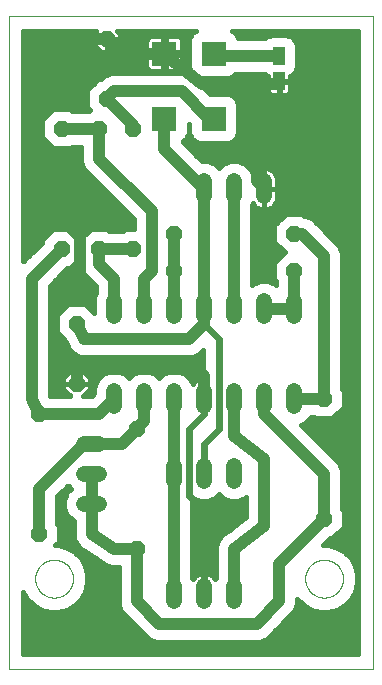
<source format=gbl>
G75*
%MOIN*%
%OFA0B0*%
%FSLAX25Y25*%
%IPPOS*%
%LPD*%
%AMOC8*
5,1,8,0,0,1.08239X$1,22.5*
%
%ADD10C,0.00000*%
%ADD11OC8,0.05200*%
%ADD12R,0.08268X0.08268*%
%ADD13C,0.05200*%
%ADD14R,0.03937X0.05906*%
%ADD15C,0.01600*%
%ADD16C,0.04000*%
%ADD17C,0.02400*%
%ADD18C,0.03200*%
D10*
X0001800Y0001800D02*
X0001800Y0219261D01*
X0123001Y0219261D01*
X0123001Y0001800D01*
X0001800Y0001800D01*
X0010501Y0031800D02*
X0010503Y0031958D01*
X0010509Y0032116D01*
X0010519Y0032274D01*
X0010533Y0032432D01*
X0010551Y0032589D01*
X0010572Y0032746D01*
X0010598Y0032902D01*
X0010628Y0033058D01*
X0010661Y0033213D01*
X0010699Y0033366D01*
X0010740Y0033519D01*
X0010785Y0033671D01*
X0010834Y0033822D01*
X0010887Y0033971D01*
X0010943Y0034119D01*
X0011003Y0034265D01*
X0011067Y0034410D01*
X0011135Y0034553D01*
X0011206Y0034695D01*
X0011280Y0034835D01*
X0011358Y0034972D01*
X0011440Y0035108D01*
X0011524Y0035242D01*
X0011613Y0035373D01*
X0011704Y0035502D01*
X0011799Y0035629D01*
X0011896Y0035754D01*
X0011997Y0035876D01*
X0012101Y0035995D01*
X0012208Y0036112D01*
X0012318Y0036226D01*
X0012431Y0036337D01*
X0012546Y0036446D01*
X0012664Y0036551D01*
X0012785Y0036653D01*
X0012908Y0036753D01*
X0013034Y0036849D01*
X0013162Y0036942D01*
X0013292Y0037032D01*
X0013425Y0037118D01*
X0013560Y0037202D01*
X0013696Y0037281D01*
X0013835Y0037358D01*
X0013976Y0037430D01*
X0014118Y0037500D01*
X0014262Y0037565D01*
X0014408Y0037627D01*
X0014555Y0037685D01*
X0014704Y0037740D01*
X0014854Y0037791D01*
X0015005Y0037838D01*
X0015157Y0037881D01*
X0015310Y0037920D01*
X0015465Y0037956D01*
X0015620Y0037987D01*
X0015776Y0038015D01*
X0015932Y0038039D01*
X0016089Y0038059D01*
X0016247Y0038075D01*
X0016404Y0038087D01*
X0016563Y0038095D01*
X0016721Y0038099D01*
X0016879Y0038099D01*
X0017037Y0038095D01*
X0017196Y0038087D01*
X0017353Y0038075D01*
X0017511Y0038059D01*
X0017668Y0038039D01*
X0017824Y0038015D01*
X0017980Y0037987D01*
X0018135Y0037956D01*
X0018290Y0037920D01*
X0018443Y0037881D01*
X0018595Y0037838D01*
X0018746Y0037791D01*
X0018896Y0037740D01*
X0019045Y0037685D01*
X0019192Y0037627D01*
X0019338Y0037565D01*
X0019482Y0037500D01*
X0019624Y0037430D01*
X0019765Y0037358D01*
X0019904Y0037281D01*
X0020040Y0037202D01*
X0020175Y0037118D01*
X0020308Y0037032D01*
X0020438Y0036942D01*
X0020566Y0036849D01*
X0020692Y0036753D01*
X0020815Y0036653D01*
X0020936Y0036551D01*
X0021054Y0036446D01*
X0021169Y0036337D01*
X0021282Y0036226D01*
X0021392Y0036112D01*
X0021499Y0035995D01*
X0021603Y0035876D01*
X0021704Y0035754D01*
X0021801Y0035629D01*
X0021896Y0035502D01*
X0021987Y0035373D01*
X0022076Y0035242D01*
X0022160Y0035108D01*
X0022242Y0034972D01*
X0022320Y0034835D01*
X0022394Y0034695D01*
X0022465Y0034553D01*
X0022533Y0034410D01*
X0022597Y0034265D01*
X0022657Y0034119D01*
X0022713Y0033971D01*
X0022766Y0033822D01*
X0022815Y0033671D01*
X0022860Y0033519D01*
X0022901Y0033366D01*
X0022939Y0033213D01*
X0022972Y0033058D01*
X0023002Y0032902D01*
X0023028Y0032746D01*
X0023049Y0032589D01*
X0023067Y0032432D01*
X0023081Y0032274D01*
X0023091Y0032116D01*
X0023097Y0031958D01*
X0023099Y0031800D01*
X0023097Y0031642D01*
X0023091Y0031484D01*
X0023081Y0031326D01*
X0023067Y0031168D01*
X0023049Y0031011D01*
X0023028Y0030854D01*
X0023002Y0030698D01*
X0022972Y0030542D01*
X0022939Y0030387D01*
X0022901Y0030234D01*
X0022860Y0030081D01*
X0022815Y0029929D01*
X0022766Y0029778D01*
X0022713Y0029629D01*
X0022657Y0029481D01*
X0022597Y0029335D01*
X0022533Y0029190D01*
X0022465Y0029047D01*
X0022394Y0028905D01*
X0022320Y0028765D01*
X0022242Y0028628D01*
X0022160Y0028492D01*
X0022076Y0028358D01*
X0021987Y0028227D01*
X0021896Y0028098D01*
X0021801Y0027971D01*
X0021704Y0027846D01*
X0021603Y0027724D01*
X0021499Y0027605D01*
X0021392Y0027488D01*
X0021282Y0027374D01*
X0021169Y0027263D01*
X0021054Y0027154D01*
X0020936Y0027049D01*
X0020815Y0026947D01*
X0020692Y0026847D01*
X0020566Y0026751D01*
X0020438Y0026658D01*
X0020308Y0026568D01*
X0020175Y0026482D01*
X0020040Y0026398D01*
X0019904Y0026319D01*
X0019765Y0026242D01*
X0019624Y0026170D01*
X0019482Y0026100D01*
X0019338Y0026035D01*
X0019192Y0025973D01*
X0019045Y0025915D01*
X0018896Y0025860D01*
X0018746Y0025809D01*
X0018595Y0025762D01*
X0018443Y0025719D01*
X0018290Y0025680D01*
X0018135Y0025644D01*
X0017980Y0025613D01*
X0017824Y0025585D01*
X0017668Y0025561D01*
X0017511Y0025541D01*
X0017353Y0025525D01*
X0017196Y0025513D01*
X0017037Y0025505D01*
X0016879Y0025501D01*
X0016721Y0025501D01*
X0016563Y0025505D01*
X0016404Y0025513D01*
X0016247Y0025525D01*
X0016089Y0025541D01*
X0015932Y0025561D01*
X0015776Y0025585D01*
X0015620Y0025613D01*
X0015465Y0025644D01*
X0015310Y0025680D01*
X0015157Y0025719D01*
X0015005Y0025762D01*
X0014854Y0025809D01*
X0014704Y0025860D01*
X0014555Y0025915D01*
X0014408Y0025973D01*
X0014262Y0026035D01*
X0014118Y0026100D01*
X0013976Y0026170D01*
X0013835Y0026242D01*
X0013696Y0026319D01*
X0013560Y0026398D01*
X0013425Y0026482D01*
X0013292Y0026568D01*
X0013162Y0026658D01*
X0013034Y0026751D01*
X0012908Y0026847D01*
X0012785Y0026947D01*
X0012664Y0027049D01*
X0012546Y0027154D01*
X0012431Y0027263D01*
X0012318Y0027374D01*
X0012208Y0027488D01*
X0012101Y0027605D01*
X0011997Y0027724D01*
X0011896Y0027846D01*
X0011799Y0027971D01*
X0011704Y0028098D01*
X0011613Y0028227D01*
X0011524Y0028358D01*
X0011440Y0028492D01*
X0011358Y0028628D01*
X0011280Y0028765D01*
X0011206Y0028905D01*
X0011135Y0029047D01*
X0011067Y0029190D01*
X0011003Y0029335D01*
X0010943Y0029481D01*
X0010887Y0029629D01*
X0010834Y0029778D01*
X0010785Y0029929D01*
X0010740Y0030081D01*
X0010699Y0030234D01*
X0010661Y0030387D01*
X0010628Y0030542D01*
X0010598Y0030698D01*
X0010572Y0030854D01*
X0010551Y0031011D01*
X0010533Y0031168D01*
X0010519Y0031326D01*
X0010509Y0031484D01*
X0010503Y0031642D01*
X0010501Y0031800D01*
X0100501Y0031800D02*
X0100503Y0031958D01*
X0100509Y0032116D01*
X0100519Y0032274D01*
X0100533Y0032432D01*
X0100551Y0032589D01*
X0100572Y0032746D01*
X0100598Y0032902D01*
X0100628Y0033058D01*
X0100661Y0033213D01*
X0100699Y0033366D01*
X0100740Y0033519D01*
X0100785Y0033671D01*
X0100834Y0033822D01*
X0100887Y0033971D01*
X0100943Y0034119D01*
X0101003Y0034265D01*
X0101067Y0034410D01*
X0101135Y0034553D01*
X0101206Y0034695D01*
X0101280Y0034835D01*
X0101358Y0034972D01*
X0101440Y0035108D01*
X0101524Y0035242D01*
X0101613Y0035373D01*
X0101704Y0035502D01*
X0101799Y0035629D01*
X0101896Y0035754D01*
X0101997Y0035876D01*
X0102101Y0035995D01*
X0102208Y0036112D01*
X0102318Y0036226D01*
X0102431Y0036337D01*
X0102546Y0036446D01*
X0102664Y0036551D01*
X0102785Y0036653D01*
X0102908Y0036753D01*
X0103034Y0036849D01*
X0103162Y0036942D01*
X0103292Y0037032D01*
X0103425Y0037118D01*
X0103560Y0037202D01*
X0103696Y0037281D01*
X0103835Y0037358D01*
X0103976Y0037430D01*
X0104118Y0037500D01*
X0104262Y0037565D01*
X0104408Y0037627D01*
X0104555Y0037685D01*
X0104704Y0037740D01*
X0104854Y0037791D01*
X0105005Y0037838D01*
X0105157Y0037881D01*
X0105310Y0037920D01*
X0105465Y0037956D01*
X0105620Y0037987D01*
X0105776Y0038015D01*
X0105932Y0038039D01*
X0106089Y0038059D01*
X0106247Y0038075D01*
X0106404Y0038087D01*
X0106563Y0038095D01*
X0106721Y0038099D01*
X0106879Y0038099D01*
X0107037Y0038095D01*
X0107196Y0038087D01*
X0107353Y0038075D01*
X0107511Y0038059D01*
X0107668Y0038039D01*
X0107824Y0038015D01*
X0107980Y0037987D01*
X0108135Y0037956D01*
X0108290Y0037920D01*
X0108443Y0037881D01*
X0108595Y0037838D01*
X0108746Y0037791D01*
X0108896Y0037740D01*
X0109045Y0037685D01*
X0109192Y0037627D01*
X0109338Y0037565D01*
X0109482Y0037500D01*
X0109624Y0037430D01*
X0109765Y0037358D01*
X0109904Y0037281D01*
X0110040Y0037202D01*
X0110175Y0037118D01*
X0110308Y0037032D01*
X0110438Y0036942D01*
X0110566Y0036849D01*
X0110692Y0036753D01*
X0110815Y0036653D01*
X0110936Y0036551D01*
X0111054Y0036446D01*
X0111169Y0036337D01*
X0111282Y0036226D01*
X0111392Y0036112D01*
X0111499Y0035995D01*
X0111603Y0035876D01*
X0111704Y0035754D01*
X0111801Y0035629D01*
X0111896Y0035502D01*
X0111987Y0035373D01*
X0112076Y0035242D01*
X0112160Y0035108D01*
X0112242Y0034972D01*
X0112320Y0034835D01*
X0112394Y0034695D01*
X0112465Y0034553D01*
X0112533Y0034410D01*
X0112597Y0034265D01*
X0112657Y0034119D01*
X0112713Y0033971D01*
X0112766Y0033822D01*
X0112815Y0033671D01*
X0112860Y0033519D01*
X0112901Y0033366D01*
X0112939Y0033213D01*
X0112972Y0033058D01*
X0113002Y0032902D01*
X0113028Y0032746D01*
X0113049Y0032589D01*
X0113067Y0032432D01*
X0113081Y0032274D01*
X0113091Y0032116D01*
X0113097Y0031958D01*
X0113099Y0031800D01*
X0113097Y0031642D01*
X0113091Y0031484D01*
X0113081Y0031326D01*
X0113067Y0031168D01*
X0113049Y0031011D01*
X0113028Y0030854D01*
X0113002Y0030698D01*
X0112972Y0030542D01*
X0112939Y0030387D01*
X0112901Y0030234D01*
X0112860Y0030081D01*
X0112815Y0029929D01*
X0112766Y0029778D01*
X0112713Y0029629D01*
X0112657Y0029481D01*
X0112597Y0029335D01*
X0112533Y0029190D01*
X0112465Y0029047D01*
X0112394Y0028905D01*
X0112320Y0028765D01*
X0112242Y0028628D01*
X0112160Y0028492D01*
X0112076Y0028358D01*
X0111987Y0028227D01*
X0111896Y0028098D01*
X0111801Y0027971D01*
X0111704Y0027846D01*
X0111603Y0027724D01*
X0111499Y0027605D01*
X0111392Y0027488D01*
X0111282Y0027374D01*
X0111169Y0027263D01*
X0111054Y0027154D01*
X0110936Y0027049D01*
X0110815Y0026947D01*
X0110692Y0026847D01*
X0110566Y0026751D01*
X0110438Y0026658D01*
X0110308Y0026568D01*
X0110175Y0026482D01*
X0110040Y0026398D01*
X0109904Y0026319D01*
X0109765Y0026242D01*
X0109624Y0026170D01*
X0109482Y0026100D01*
X0109338Y0026035D01*
X0109192Y0025973D01*
X0109045Y0025915D01*
X0108896Y0025860D01*
X0108746Y0025809D01*
X0108595Y0025762D01*
X0108443Y0025719D01*
X0108290Y0025680D01*
X0108135Y0025644D01*
X0107980Y0025613D01*
X0107824Y0025585D01*
X0107668Y0025561D01*
X0107511Y0025541D01*
X0107353Y0025525D01*
X0107196Y0025513D01*
X0107037Y0025505D01*
X0106879Y0025501D01*
X0106721Y0025501D01*
X0106563Y0025505D01*
X0106404Y0025513D01*
X0106247Y0025525D01*
X0106089Y0025541D01*
X0105932Y0025561D01*
X0105776Y0025585D01*
X0105620Y0025613D01*
X0105465Y0025644D01*
X0105310Y0025680D01*
X0105157Y0025719D01*
X0105005Y0025762D01*
X0104854Y0025809D01*
X0104704Y0025860D01*
X0104555Y0025915D01*
X0104408Y0025973D01*
X0104262Y0026035D01*
X0104118Y0026100D01*
X0103976Y0026170D01*
X0103835Y0026242D01*
X0103696Y0026319D01*
X0103560Y0026398D01*
X0103425Y0026482D01*
X0103292Y0026568D01*
X0103162Y0026658D01*
X0103034Y0026751D01*
X0102908Y0026847D01*
X0102785Y0026947D01*
X0102664Y0027049D01*
X0102546Y0027154D01*
X0102431Y0027263D01*
X0102318Y0027374D01*
X0102208Y0027488D01*
X0102101Y0027605D01*
X0101997Y0027724D01*
X0101896Y0027846D01*
X0101799Y0027971D01*
X0101704Y0028098D01*
X0101613Y0028227D01*
X0101524Y0028358D01*
X0101440Y0028492D01*
X0101358Y0028628D01*
X0101280Y0028765D01*
X0101206Y0028905D01*
X0101135Y0029047D01*
X0101067Y0029190D01*
X0101003Y0029335D01*
X0100943Y0029481D01*
X0100887Y0029629D01*
X0100834Y0029778D01*
X0100785Y0029929D01*
X0100740Y0030081D01*
X0100699Y0030234D01*
X0100661Y0030387D01*
X0100628Y0030542D01*
X0100598Y0030698D01*
X0100572Y0030854D01*
X0100551Y0031011D01*
X0100533Y0031168D01*
X0100519Y0031326D01*
X0100509Y0031484D01*
X0100503Y0031642D01*
X0100501Y0031800D01*
D11*
X0106800Y0051800D03*
X0106800Y0091800D03*
X0096800Y0134300D03*
X0096800Y0146800D03*
X0056800Y0146800D03*
X0056800Y0134300D03*
X0043050Y0141800D03*
X0031800Y0141800D03*
X0024300Y0116800D03*
X0024300Y0096800D03*
X0011800Y0086800D03*
X0011800Y0046800D03*
X0044300Y0041800D03*
X0044300Y0081800D03*
X0019300Y0141800D03*
X0019300Y0181800D03*
X0031800Y0181800D03*
X0034300Y0191800D03*
X0043050Y0181800D03*
X0034300Y0211800D03*
D12*
X0053532Y0206800D03*
X0053532Y0185146D03*
X0070068Y0185146D03*
X0070068Y0206800D03*
D13*
X0066800Y0164400D02*
X0066800Y0159200D01*
X0076800Y0159200D02*
X0076800Y0164400D01*
X0086800Y0164400D02*
X0086800Y0159200D01*
X0086800Y0124400D02*
X0086800Y0119200D01*
X0096800Y0119200D02*
X0096800Y0124400D01*
X0096800Y0094400D02*
X0096800Y0089200D01*
X0086800Y0089200D02*
X0086800Y0094400D01*
X0076800Y0094400D02*
X0076800Y0089200D01*
X0076800Y0069400D02*
X0076800Y0064200D01*
X0066800Y0064200D02*
X0066800Y0069400D01*
X0056800Y0069400D02*
X0056800Y0064200D01*
X0056800Y0089200D02*
X0056800Y0094400D01*
X0066800Y0094400D02*
X0066800Y0089200D01*
X0066800Y0119200D02*
X0066800Y0124400D01*
X0056800Y0124400D02*
X0056800Y0119200D01*
X0046800Y0119200D02*
X0046800Y0124400D01*
X0036800Y0124400D02*
X0036800Y0119200D01*
X0036800Y0094400D02*
X0036800Y0089200D01*
X0031900Y0076800D02*
X0026700Y0076800D01*
X0026700Y0066800D02*
X0031900Y0066800D01*
X0031900Y0056800D02*
X0026700Y0056800D01*
X0046800Y0089200D02*
X0046800Y0094400D01*
X0076800Y0119200D02*
X0076800Y0124400D01*
X0076800Y0029400D02*
X0076800Y0024200D01*
X0066800Y0024200D02*
X0066800Y0029400D01*
X0056800Y0029400D02*
X0056800Y0024200D01*
D14*
X0091800Y0197656D03*
X0091800Y0205944D03*
D15*
X0089036Y0212896D02*
X0087566Y0212287D01*
X0087222Y0211944D01*
X0078113Y0211944D01*
X0077593Y0213200D01*
X0076467Y0214325D01*
X0076140Y0214461D01*
X0118201Y0214461D01*
X0118201Y0006600D01*
X0006600Y0006600D01*
X0006600Y0027269D01*
X0007918Y0024985D01*
X0009985Y0022918D01*
X0012516Y0021457D01*
X0015339Y0020701D01*
X0018261Y0020701D01*
X0021084Y0021457D01*
X0023615Y0022918D01*
X0025682Y0024985D01*
X0027143Y0027516D01*
X0027899Y0030339D01*
X0027899Y0033261D01*
X0027143Y0036084D01*
X0025682Y0038615D01*
X0023615Y0040682D01*
X0021084Y0042143D01*
X0018261Y0042899D01*
X0017233Y0042899D01*
X0018400Y0044066D01*
X0018400Y0049534D01*
X0017800Y0050134D01*
X0017800Y0059315D01*
X0021326Y0062840D01*
X0022366Y0061800D01*
X0021105Y0060539D01*
X0020100Y0058113D01*
X0020100Y0055487D01*
X0021105Y0053061D01*
X0022961Y0051205D01*
X0023300Y0051065D01*
X0023300Y0047388D01*
X0023182Y0046794D01*
X0023300Y0046206D01*
X0023300Y0045607D01*
X0023532Y0045047D01*
X0023651Y0044453D01*
X0023984Y0043955D01*
X0024213Y0043401D01*
X0024642Y0042973D01*
X0024979Y0042470D01*
X0025477Y0042137D01*
X0025901Y0041713D01*
X0026461Y0041482D01*
X0032977Y0037137D01*
X0033401Y0036713D01*
X0033961Y0036482D01*
X0034465Y0036146D01*
X0035053Y0036029D01*
X0035607Y0035800D01*
X0036212Y0035800D01*
X0036806Y0035682D01*
X0037394Y0035800D01*
X0038300Y0035800D01*
X0038300Y0023107D01*
X0039213Y0020901D01*
X0040901Y0019213D01*
X0048401Y0011713D01*
X0050607Y0010800D01*
X0085493Y0010800D01*
X0087699Y0011713D01*
X0089387Y0013401D01*
X0096887Y0020901D01*
X0097800Y0023107D01*
X0097800Y0025190D01*
X0097918Y0024985D01*
X0099985Y0022918D01*
X0102516Y0021457D01*
X0105339Y0020701D01*
X0108261Y0020701D01*
X0111084Y0021457D01*
X0113615Y0022918D01*
X0115682Y0024985D01*
X0117143Y0027516D01*
X0117899Y0030339D01*
X0117899Y0033261D01*
X0117143Y0036084D01*
X0115682Y0038615D01*
X0113615Y0040682D01*
X0111084Y0042143D01*
X0108261Y0042899D01*
X0106384Y0042899D01*
X0108685Y0045200D01*
X0109534Y0045200D01*
X0113400Y0049066D01*
X0113400Y0054534D01*
X0112800Y0055134D01*
X0112800Y0067993D01*
X0111887Y0070199D01*
X0110199Y0071887D01*
X0099083Y0083002D01*
X0100539Y0083605D01*
X0102395Y0085461D01*
X0102535Y0085800D01*
X0103466Y0085800D01*
X0104066Y0085200D01*
X0109534Y0085200D01*
X0113400Y0089066D01*
X0113400Y0094534D01*
X0112800Y0095134D01*
X0112800Y0140493D01*
X0111887Y0142699D01*
X0102699Y0151887D01*
X0100493Y0152800D01*
X0100134Y0152800D01*
X0099534Y0153400D01*
X0094066Y0153400D01*
X0090200Y0149534D01*
X0090200Y0144066D01*
X0093716Y0140550D01*
X0090200Y0137034D01*
X0090200Y0131566D01*
X0090800Y0130966D01*
X0090800Y0129734D01*
X0090539Y0129995D01*
X0088113Y0131000D01*
X0085487Y0131000D01*
X0083061Y0129995D01*
X0082800Y0129734D01*
X0082800Y0156439D01*
X0083010Y0156946D01*
X0083037Y0156894D01*
X0083444Y0156334D01*
X0083934Y0155844D01*
X0084494Y0155437D01*
X0085111Y0155122D01*
X0085770Y0154908D01*
X0086454Y0154800D01*
X0086800Y0154800D01*
X0087146Y0154800D01*
X0087830Y0154908D01*
X0088489Y0155122D01*
X0089106Y0155437D01*
X0089666Y0155844D01*
X0090156Y0156334D01*
X0090563Y0156894D01*
X0090878Y0157511D01*
X0091092Y0158170D01*
X0091200Y0158854D01*
X0091200Y0161800D01*
X0091200Y0164746D01*
X0091092Y0165430D01*
X0090878Y0166089D01*
X0090563Y0166706D01*
X0090156Y0167266D01*
X0089666Y0167756D01*
X0089106Y0168163D01*
X0088489Y0168478D01*
X0087830Y0168692D01*
X0087146Y0168800D01*
X0086800Y0168800D01*
X0086800Y0161800D01*
X0086800Y0161800D01*
X0091200Y0161800D01*
X0086800Y0161800D01*
X0086800Y0161800D01*
X0086800Y0168800D01*
X0086454Y0168800D01*
X0085770Y0168692D01*
X0085111Y0168478D01*
X0084494Y0168163D01*
X0083934Y0167756D01*
X0083444Y0167266D01*
X0083037Y0166706D01*
X0083010Y0166654D01*
X0082395Y0168139D01*
X0080539Y0169995D01*
X0078113Y0171000D01*
X0075487Y0171000D01*
X0073061Y0169995D01*
X0071800Y0168734D01*
X0070539Y0169995D01*
X0068113Y0171000D01*
X0066085Y0171000D01*
X0059601Y0177484D01*
X0059932Y0177622D01*
X0061057Y0178747D01*
X0061666Y0180217D01*
X0061666Y0183449D01*
X0061934Y0183181D01*
X0061934Y0180217D01*
X0062543Y0178747D01*
X0063668Y0177622D01*
X0065138Y0177013D01*
X0074997Y0177013D01*
X0076467Y0177622D01*
X0077593Y0178747D01*
X0078202Y0180217D01*
X0078202Y0190076D01*
X0077593Y0191546D01*
X0076467Y0192671D01*
X0074997Y0193280D01*
X0068805Y0193280D01*
X0064387Y0197699D01*
X0062699Y0199387D01*
X0060493Y0200300D01*
X0035607Y0200300D01*
X0033401Y0199387D01*
X0032415Y0198400D01*
X0031566Y0198400D01*
X0027700Y0194534D01*
X0027700Y0189066D01*
X0028716Y0188050D01*
X0028466Y0187800D01*
X0022634Y0187800D01*
X0022034Y0188400D01*
X0016566Y0188400D01*
X0012700Y0184534D01*
X0012700Y0179066D01*
X0016566Y0175200D01*
X0022034Y0175200D01*
X0022634Y0175800D01*
X0025800Y0175800D01*
X0025800Y0170607D01*
X0026713Y0168401D01*
X0028401Y0166713D01*
X0043300Y0151815D01*
X0043300Y0148400D01*
X0040316Y0148400D01*
X0039716Y0147800D01*
X0035134Y0147800D01*
X0034534Y0148400D01*
X0029066Y0148400D01*
X0025550Y0144884D01*
X0022034Y0148400D01*
X0016566Y0148400D01*
X0012700Y0144534D01*
X0012700Y0143685D01*
X0006600Y0137585D01*
X0006600Y0214461D01*
X0030738Y0214461D01*
X0029900Y0213623D01*
X0029900Y0211800D01*
X0034300Y0211800D01*
X0038700Y0211800D01*
X0038700Y0213623D01*
X0037862Y0214461D01*
X0063996Y0214461D01*
X0063668Y0214325D01*
X0062543Y0213200D01*
X0061934Y0211730D01*
X0061934Y0201870D01*
X0062543Y0200400D01*
X0063668Y0199275D01*
X0065138Y0198666D01*
X0074997Y0198666D01*
X0076467Y0199275D01*
X0077136Y0199944D01*
X0087222Y0199944D01*
X0087566Y0199600D01*
X0088031Y0199407D01*
X0088031Y0197841D01*
X0091616Y0197841D01*
X0091616Y0197472D01*
X0091984Y0197472D01*
X0091984Y0192904D01*
X0094005Y0192904D01*
X0094463Y0193026D01*
X0094874Y0193263D01*
X0095209Y0193598D01*
X0095446Y0194009D01*
X0095568Y0194467D01*
X0095568Y0197472D01*
X0091984Y0197472D01*
X0091984Y0197841D01*
X0095568Y0197841D01*
X0095568Y0199407D01*
X0096034Y0199600D01*
X0097160Y0200725D01*
X0097768Y0202195D01*
X0097768Y0204674D01*
X0097800Y0204750D01*
X0097800Y0207137D01*
X0097768Y0207213D01*
X0097768Y0209692D01*
X0097160Y0211162D01*
X0096034Y0212287D01*
X0094564Y0212896D01*
X0089036Y0212896D01*
X0088811Y0212803D02*
X0077757Y0212803D01*
X0076281Y0214402D02*
X0118201Y0214402D01*
X0118201Y0212803D02*
X0094789Y0212803D01*
X0097117Y0211205D02*
X0118201Y0211205D01*
X0118201Y0209606D02*
X0097768Y0209606D01*
X0097768Y0208008D02*
X0118201Y0208008D01*
X0118201Y0206409D02*
X0097800Y0206409D01*
X0097800Y0204811D02*
X0118201Y0204811D01*
X0118201Y0203212D02*
X0097768Y0203212D01*
X0097528Y0201614D02*
X0118201Y0201614D01*
X0118201Y0200015D02*
X0096450Y0200015D01*
X0095568Y0198417D02*
X0118201Y0198417D01*
X0118201Y0196818D02*
X0095568Y0196818D01*
X0095568Y0195220D02*
X0118201Y0195220D01*
X0118201Y0193621D02*
X0095222Y0193621D01*
X0091984Y0193621D02*
X0091616Y0193621D01*
X0091616Y0192904D02*
X0091616Y0197472D01*
X0088031Y0197472D01*
X0088031Y0194467D01*
X0088154Y0194009D01*
X0088391Y0193598D01*
X0088726Y0193263D01*
X0089137Y0193026D01*
X0089595Y0192904D01*
X0091616Y0192904D01*
X0091616Y0195220D02*
X0091984Y0195220D01*
X0091984Y0196818D02*
X0091616Y0196818D01*
X0088378Y0193621D02*
X0068464Y0193621D01*
X0066865Y0195220D02*
X0088031Y0195220D01*
X0088031Y0196818D02*
X0065267Y0196818D01*
X0063668Y0198417D02*
X0088031Y0198417D01*
X0078057Y0190424D02*
X0118201Y0190424D01*
X0118201Y0188826D02*
X0078202Y0188826D01*
X0078202Y0187227D02*
X0118201Y0187227D01*
X0118201Y0185629D02*
X0078202Y0185629D01*
X0078202Y0184030D02*
X0118201Y0184030D01*
X0118201Y0182432D02*
X0078202Y0182432D01*
X0078202Y0180833D02*
X0118201Y0180833D01*
X0118201Y0179235D02*
X0077795Y0179235D01*
X0076482Y0177636D02*
X0118201Y0177636D01*
X0118201Y0176038D02*
X0061048Y0176038D01*
X0059947Y0177636D02*
X0063653Y0177636D01*
X0062341Y0179235D02*
X0061259Y0179235D01*
X0061666Y0180833D02*
X0061934Y0180833D01*
X0061934Y0182432D02*
X0061666Y0182432D01*
X0062646Y0174439D02*
X0118201Y0174439D01*
X0118201Y0172841D02*
X0064245Y0172841D01*
X0065843Y0171242D02*
X0118201Y0171242D01*
X0118201Y0169644D02*
X0080890Y0169644D01*
X0082434Y0168045D02*
X0084331Y0168045D01*
X0086800Y0168045D02*
X0086800Y0168045D01*
X0086800Y0166447D02*
X0086800Y0166447D01*
X0086800Y0164848D02*
X0086800Y0164848D01*
X0086800Y0163250D02*
X0086800Y0163250D01*
X0086800Y0161800D02*
X0086800Y0154800D01*
X0086800Y0161800D01*
X0086800Y0161800D01*
X0086800Y0161651D02*
X0086800Y0161651D01*
X0086800Y0160053D02*
X0086800Y0160053D01*
X0086800Y0158454D02*
X0086800Y0158454D01*
X0086800Y0156856D02*
X0086800Y0156856D01*
X0086800Y0155257D02*
X0086800Y0155257D01*
X0088753Y0155257D02*
X0118201Y0155257D01*
X0118201Y0153659D02*
X0082800Y0153659D01*
X0082800Y0155257D02*
X0084847Y0155257D01*
X0083065Y0156856D02*
X0082973Y0156856D01*
X0082800Y0152060D02*
X0092726Y0152060D01*
X0091128Y0150462D02*
X0082800Y0150462D01*
X0082800Y0148863D02*
X0090200Y0148863D01*
X0090200Y0147265D02*
X0082800Y0147265D01*
X0082800Y0145666D02*
X0090200Y0145666D01*
X0090200Y0144068D02*
X0082800Y0144068D01*
X0082800Y0142469D02*
X0091797Y0142469D01*
X0092438Y0139272D02*
X0082800Y0139272D01*
X0082800Y0140870D02*
X0093396Y0140870D01*
X0090840Y0137673D02*
X0082800Y0137673D01*
X0082800Y0136075D02*
X0090200Y0136075D01*
X0090200Y0134476D02*
X0082800Y0134476D01*
X0082800Y0132878D02*
X0090200Y0132878D01*
X0090487Y0131279D02*
X0082800Y0131279D01*
X0090535Y0156856D02*
X0118201Y0156856D01*
X0118201Y0158454D02*
X0091137Y0158454D01*
X0091200Y0160053D02*
X0118201Y0160053D01*
X0118201Y0161651D02*
X0091200Y0161651D01*
X0091200Y0163250D02*
X0118201Y0163250D01*
X0118201Y0164848D02*
X0091184Y0164848D01*
X0090695Y0166447D02*
X0118201Y0166447D01*
X0118201Y0168045D02*
X0089269Y0168045D01*
X0102280Y0152060D02*
X0118201Y0152060D01*
X0118201Y0150462D02*
X0104124Y0150462D01*
X0105722Y0148863D02*
X0118201Y0148863D01*
X0118201Y0147265D02*
X0107321Y0147265D01*
X0108919Y0145666D02*
X0118201Y0145666D01*
X0118201Y0144068D02*
X0110518Y0144068D01*
X0111982Y0142469D02*
X0118201Y0142469D01*
X0118201Y0140870D02*
X0112644Y0140870D01*
X0112800Y0139272D02*
X0118201Y0139272D01*
X0118201Y0137673D02*
X0112800Y0137673D01*
X0112800Y0136075D02*
X0118201Y0136075D01*
X0118201Y0134476D02*
X0112800Y0134476D01*
X0112800Y0132878D02*
X0118201Y0132878D01*
X0118201Y0131279D02*
X0112800Y0131279D01*
X0112800Y0129681D02*
X0118201Y0129681D01*
X0118201Y0128082D02*
X0112800Y0128082D01*
X0112800Y0126484D02*
X0118201Y0126484D01*
X0118201Y0124885D02*
X0112800Y0124885D01*
X0112800Y0123287D02*
X0118201Y0123287D01*
X0118201Y0121688D02*
X0112800Y0121688D01*
X0112800Y0120090D02*
X0118201Y0120090D01*
X0118201Y0118491D02*
X0112800Y0118491D01*
X0112800Y0116893D02*
X0118201Y0116893D01*
X0118201Y0115294D02*
X0112800Y0115294D01*
X0112800Y0113696D02*
X0118201Y0113696D01*
X0118201Y0112097D02*
X0112800Y0112097D01*
X0112800Y0110499D02*
X0118201Y0110499D01*
X0118201Y0108900D02*
X0112800Y0108900D01*
X0112800Y0107302D02*
X0118201Y0107302D01*
X0118201Y0105703D02*
X0112800Y0105703D01*
X0112800Y0104105D02*
X0118201Y0104105D01*
X0118201Y0102506D02*
X0112800Y0102506D01*
X0112800Y0100908D02*
X0118201Y0100908D01*
X0118201Y0099309D02*
X0112800Y0099309D01*
X0112800Y0097711D02*
X0118201Y0097711D01*
X0118201Y0096112D02*
X0112800Y0096112D01*
X0113400Y0094514D02*
X0118201Y0094514D01*
X0118201Y0092915D02*
X0113400Y0092915D01*
X0113400Y0091317D02*
X0118201Y0091317D01*
X0118201Y0089718D02*
X0113400Y0089718D01*
X0112453Y0088120D02*
X0118201Y0088120D01*
X0118201Y0086521D02*
X0110855Y0086521D01*
X0106754Y0075332D02*
X0118201Y0075332D01*
X0118201Y0076930D02*
X0105155Y0076930D01*
X0103557Y0078529D02*
X0118201Y0078529D01*
X0118201Y0080127D02*
X0101958Y0080127D01*
X0100360Y0081726D02*
X0118201Y0081726D01*
X0118201Y0083324D02*
X0099861Y0083324D01*
X0101856Y0084923D02*
X0118201Y0084923D01*
X0118201Y0073733D02*
X0108352Y0073733D01*
X0109951Y0072134D02*
X0118201Y0072134D01*
X0118201Y0070536D02*
X0111549Y0070536D01*
X0112409Y0068937D02*
X0118201Y0068937D01*
X0118201Y0067339D02*
X0112800Y0067339D01*
X0112800Y0065740D02*
X0118201Y0065740D01*
X0118201Y0064142D02*
X0112800Y0064142D01*
X0112800Y0062543D02*
X0118201Y0062543D01*
X0118201Y0060945D02*
X0112800Y0060945D01*
X0112800Y0059346D02*
X0118201Y0059346D01*
X0118201Y0057748D02*
X0112800Y0057748D01*
X0112800Y0056149D02*
X0118201Y0056149D01*
X0118201Y0054551D02*
X0113383Y0054551D01*
X0113400Y0052952D02*
X0118201Y0052952D01*
X0118201Y0051354D02*
X0113400Y0051354D01*
X0113400Y0049755D02*
X0118201Y0049755D01*
X0118201Y0048157D02*
X0112491Y0048157D01*
X0110892Y0046558D02*
X0118201Y0046558D01*
X0118201Y0044960D02*
X0108445Y0044960D01*
X0106847Y0043361D02*
X0118201Y0043361D01*
X0118201Y0041763D02*
X0111742Y0041763D01*
X0114132Y0040164D02*
X0118201Y0040164D01*
X0118201Y0038566D02*
X0115710Y0038566D01*
X0116633Y0036967D02*
X0118201Y0036967D01*
X0118201Y0035369D02*
X0117334Y0035369D01*
X0117763Y0033770D02*
X0118201Y0033770D01*
X0118201Y0032172D02*
X0117899Y0032172D01*
X0117899Y0030573D02*
X0118201Y0030573D01*
X0118201Y0028975D02*
X0117534Y0028975D01*
X0117062Y0027376D02*
X0118201Y0027376D01*
X0118201Y0025778D02*
X0116139Y0025778D01*
X0114876Y0024179D02*
X0118201Y0024179D01*
X0118201Y0022581D02*
X0113030Y0022581D01*
X0109311Y0020982D02*
X0118201Y0020982D01*
X0118201Y0019384D02*
X0095369Y0019384D01*
X0096920Y0020982D02*
X0104289Y0020982D01*
X0100570Y0022581D02*
X0097582Y0022581D01*
X0097800Y0024179D02*
X0098724Y0024179D01*
X0093770Y0017785D02*
X0118201Y0017785D01*
X0118201Y0016187D02*
X0092172Y0016187D01*
X0090573Y0014588D02*
X0118201Y0014588D01*
X0118201Y0012990D02*
X0088975Y0012990D01*
X0086920Y0011391D02*
X0118201Y0011391D01*
X0118201Y0009793D02*
X0006600Y0009793D01*
X0006600Y0011391D02*
X0049180Y0011391D01*
X0047125Y0012990D02*
X0006600Y0012990D01*
X0006600Y0014588D02*
X0045527Y0014588D01*
X0043928Y0016187D02*
X0006600Y0016187D01*
X0006600Y0017785D02*
X0042330Y0017785D01*
X0040731Y0019384D02*
X0006600Y0019384D01*
X0006600Y0020982D02*
X0014289Y0020982D01*
X0010570Y0022581D02*
X0006600Y0022581D01*
X0006600Y0024179D02*
X0008724Y0024179D01*
X0007461Y0025778D02*
X0006600Y0025778D01*
X0006600Y0008194D02*
X0118201Y0008194D01*
X0080800Y0052300D02*
X0073805Y0047054D01*
X0073401Y0046887D01*
X0072859Y0046344D01*
X0072245Y0045884D01*
X0072023Y0045508D01*
X0071713Y0045199D01*
X0071420Y0044490D01*
X0071029Y0043830D01*
X0070967Y0043397D01*
X0070800Y0042993D01*
X0070800Y0042226D01*
X0070692Y0041467D01*
X0070800Y0041044D01*
X0070800Y0032161D01*
X0070590Y0031654D01*
X0070563Y0031706D01*
X0070156Y0032266D01*
X0069666Y0032756D01*
X0069106Y0033163D01*
X0068489Y0033478D01*
X0067830Y0033692D01*
X0067146Y0033800D01*
X0066800Y0033800D01*
X0066800Y0026800D01*
X0066800Y0026800D01*
X0066800Y0033800D01*
X0066454Y0033800D01*
X0065770Y0033692D01*
X0065111Y0033478D01*
X0064494Y0033163D01*
X0063934Y0032756D01*
X0063444Y0032266D01*
X0063037Y0031706D01*
X0063010Y0031654D01*
X0062800Y0032161D01*
X0062800Y0058866D01*
X0063061Y0058605D01*
X0065487Y0057600D01*
X0068113Y0057600D01*
X0070539Y0058605D01*
X0071800Y0059866D01*
X0073061Y0058605D01*
X0075487Y0057600D01*
X0078113Y0057600D01*
X0080539Y0058605D01*
X0080800Y0058866D01*
X0080800Y0052300D01*
X0080800Y0052952D02*
X0062800Y0052952D01*
X0062800Y0051354D02*
X0079538Y0051354D01*
X0080800Y0054551D02*
X0062800Y0054551D01*
X0062800Y0056149D02*
X0080800Y0056149D01*
X0080800Y0057748D02*
X0078470Y0057748D01*
X0075130Y0057748D02*
X0068470Y0057748D01*
X0071280Y0059346D02*
X0072320Y0059346D01*
X0077407Y0049755D02*
X0062800Y0049755D01*
X0062800Y0048157D02*
X0075276Y0048157D01*
X0073073Y0046558D02*
X0062800Y0046558D01*
X0062800Y0044960D02*
X0071614Y0044960D01*
X0070952Y0043361D02*
X0062800Y0043361D01*
X0062800Y0041763D02*
X0070734Y0041763D01*
X0070800Y0040164D02*
X0062800Y0040164D01*
X0062800Y0038566D02*
X0070800Y0038566D01*
X0070800Y0036967D02*
X0062800Y0036967D01*
X0062800Y0035369D02*
X0070800Y0035369D01*
X0070800Y0033770D02*
X0067334Y0033770D01*
X0066800Y0033770D02*
X0066800Y0033770D01*
X0066266Y0033770D02*
X0062800Y0033770D01*
X0062800Y0032172D02*
X0063375Y0032172D01*
X0066800Y0032172D02*
X0066800Y0032172D01*
X0066800Y0030573D02*
X0066800Y0030573D01*
X0066800Y0028975D02*
X0066800Y0028975D01*
X0066800Y0027376D02*
X0066800Y0027376D01*
X0070225Y0032172D02*
X0070800Y0032172D01*
X0065130Y0057748D02*
X0062800Y0057748D01*
X0063010Y0096654D02*
X0062395Y0098139D01*
X0060539Y0099995D01*
X0058113Y0101000D01*
X0055487Y0101000D01*
X0053061Y0099995D01*
X0051800Y0098734D01*
X0050539Y0099995D01*
X0048113Y0101000D01*
X0045487Y0101000D01*
X0043061Y0099995D01*
X0041800Y0098734D01*
X0040539Y0099995D01*
X0038113Y0101000D01*
X0035487Y0101000D01*
X0033061Y0099995D01*
X0031205Y0098139D01*
X0030200Y0095713D01*
X0030200Y0093685D01*
X0029315Y0092800D01*
X0026523Y0092800D01*
X0028700Y0094977D01*
X0028700Y0096800D01*
X0028700Y0098623D01*
X0026123Y0101200D01*
X0024300Y0101200D01*
X0024300Y0096800D01*
X0024300Y0096800D01*
X0028700Y0096800D01*
X0024300Y0096800D01*
X0024300Y0096800D01*
X0024300Y0096800D01*
X0019900Y0096800D01*
X0019900Y0098623D01*
X0022477Y0101200D01*
X0024300Y0101200D01*
X0024300Y0096800D01*
X0019900Y0096800D01*
X0019900Y0094977D01*
X0022077Y0092800D01*
X0015508Y0092800D01*
X0015300Y0093216D01*
X0015300Y0129315D01*
X0021185Y0135200D01*
X0022034Y0135200D01*
X0025550Y0138716D01*
X0025800Y0138466D01*
X0025800Y0135607D01*
X0026713Y0133401D01*
X0028401Y0131713D01*
X0030800Y0129315D01*
X0030800Y0127161D01*
X0030200Y0125713D01*
X0030200Y0120234D01*
X0027034Y0123400D01*
X0021566Y0123400D01*
X0017700Y0119534D01*
X0017700Y0114066D01*
X0020217Y0111549D01*
X0021338Y0109307D01*
X0021713Y0108401D01*
X0021869Y0108246D01*
X0021967Y0108049D01*
X0022708Y0107407D01*
X0023401Y0106713D01*
X0023604Y0106629D01*
X0023770Y0106485D01*
X0024701Y0106175D01*
X0025607Y0105800D01*
X0025826Y0105800D01*
X0026035Y0105730D01*
X0027013Y0105800D01*
X0062993Y0105800D01*
X0065199Y0106713D01*
X0066600Y0108115D01*
X0066600Y0098800D01*
X0066454Y0098800D01*
X0065770Y0098692D01*
X0065111Y0098478D01*
X0064494Y0098163D01*
X0063934Y0097756D01*
X0063444Y0097266D01*
X0063037Y0096706D01*
X0063010Y0096654D01*
X0062572Y0097711D02*
X0063888Y0097711D01*
X0061225Y0099309D02*
X0066600Y0099309D01*
X0066600Y0100908D02*
X0058336Y0100908D01*
X0055264Y0100908D02*
X0048336Y0100908D01*
X0045264Y0100908D02*
X0038336Y0100908D01*
X0041225Y0099309D02*
X0042375Y0099309D01*
X0035264Y0100908D02*
X0026415Y0100908D01*
X0028013Y0099309D02*
X0032375Y0099309D01*
X0031028Y0097711D02*
X0028700Y0097711D01*
X0028700Y0096112D02*
X0030365Y0096112D01*
X0030200Y0094514D02*
X0028236Y0094514D01*
X0029430Y0092915D02*
X0026638Y0092915D01*
X0024300Y0097711D02*
X0024300Y0097711D01*
X0024300Y0099309D02*
X0024300Y0099309D01*
X0024300Y0100908D02*
X0024300Y0100908D01*
X0022185Y0100908D02*
X0015300Y0100908D01*
X0015300Y0102506D02*
X0066600Y0102506D01*
X0066600Y0104105D02*
X0015300Y0104105D01*
X0015300Y0105703D02*
X0066600Y0105703D01*
X0066600Y0107302D02*
X0065787Y0107302D01*
X0052375Y0099309D02*
X0051225Y0099309D01*
X0030519Y0126484D02*
X0015300Y0126484D01*
X0015300Y0128082D02*
X0030800Y0128082D01*
X0030434Y0129681D02*
X0015666Y0129681D01*
X0017265Y0131279D02*
X0028835Y0131279D01*
X0027237Y0132878D02*
X0018863Y0132878D01*
X0020462Y0134476D02*
X0026268Y0134476D01*
X0025800Y0136075D02*
X0022909Y0136075D01*
X0024507Y0137673D02*
X0025800Y0137673D01*
X0026332Y0145666D02*
X0024768Y0145666D01*
X0023169Y0147265D02*
X0027931Y0147265D01*
X0035062Y0160053D02*
X0006600Y0160053D01*
X0006600Y0161651D02*
X0033464Y0161651D01*
X0031865Y0163250D02*
X0006600Y0163250D01*
X0006600Y0164848D02*
X0030267Y0164848D01*
X0028668Y0166447D02*
X0006600Y0166447D01*
X0006600Y0168045D02*
X0027070Y0168045D01*
X0026199Y0169644D02*
X0006600Y0169644D01*
X0006600Y0171242D02*
X0025800Y0171242D01*
X0025800Y0172841D02*
X0006600Y0172841D01*
X0006600Y0174439D02*
X0025800Y0174439D01*
X0028401Y0166713D02*
X0028401Y0166713D01*
X0036661Y0158454D02*
X0006600Y0158454D01*
X0006600Y0156856D02*
X0038259Y0156856D01*
X0039858Y0155257D02*
X0006600Y0155257D01*
X0006600Y0153659D02*
X0041456Y0153659D01*
X0043055Y0152060D02*
X0006600Y0152060D01*
X0006600Y0150462D02*
X0043300Y0150462D01*
X0043300Y0148863D02*
X0006600Y0148863D01*
X0006600Y0147265D02*
X0015431Y0147265D01*
X0013832Y0145666D02*
X0006600Y0145666D01*
X0006600Y0144068D02*
X0012700Y0144068D01*
X0011484Y0142469D02*
X0006600Y0142469D01*
X0006600Y0140870D02*
X0009885Y0140870D01*
X0008287Y0139272D02*
X0006600Y0139272D01*
X0006600Y0137673D02*
X0006688Y0137673D01*
X0015300Y0124885D02*
X0030200Y0124885D01*
X0030200Y0123287D02*
X0027147Y0123287D01*
X0028745Y0121688D02*
X0030200Y0121688D01*
X0021453Y0123287D02*
X0015300Y0123287D01*
X0015300Y0121688D02*
X0019855Y0121688D01*
X0018256Y0120090D02*
X0015300Y0120090D01*
X0015300Y0118491D02*
X0017700Y0118491D01*
X0017700Y0116893D02*
X0015300Y0116893D01*
X0015300Y0115294D02*
X0017700Y0115294D01*
X0018070Y0113696D02*
X0015300Y0113696D01*
X0015300Y0112097D02*
X0019669Y0112097D01*
X0020742Y0110499D02*
X0015300Y0110499D01*
X0015300Y0108900D02*
X0021507Y0108900D01*
X0022813Y0107302D02*
X0015300Y0107302D01*
X0015300Y0099309D02*
X0020587Y0099309D01*
X0019900Y0097711D02*
X0015300Y0097711D01*
X0015300Y0096112D02*
X0019900Y0096112D01*
X0020364Y0094514D02*
X0015300Y0094514D01*
X0015451Y0092915D02*
X0021962Y0092915D01*
X0021623Y0062543D02*
X0021029Y0062543D01*
X0021511Y0060945D02*
X0019430Y0060945D01*
X0020611Y0059346D02*
X0017832Y0059346D01*
X0017800Y0057748D02*
X0020100Y0057748D01*
X0020100Y0056149D02*
X0017800Y0056149D01*
X0017800Y0054551D02*
X0020488Y0054551D01*
X0021214Y0052952D02*
X0017800Y0052952D01*
X0017800Y0051354D02*
X0022812Y0051354D01*
X0023300Y0049755D02*
X0018178Y0049755D01*
X0018400Y0048157D02*
X0023300Y0048157D01*
X0023230Y0046558D02*
X0018400Y0046558D01*
X0018400Y0044960D02*
X0023549Y0044960D01*
X0024253Y0043361D02*
X0017695Y0043361D01*
X0021742Y0041763D02*
X0025852Y0041763D01*
X0024132Y0040164D02*
X0028437Y0040164D01*
X0026633Y0036967D02*
X0033147Y0036967D01*
X0030835Y0038566D02*
X0025710Y0038566D01*
X0027334Y0035369D02*
X0038300Y0035369D01*
X0038300Y0033770D02*
X0027763Y0033770D01*
X0027899Y0032172D02*
X0038300Y0032172D01*
X0038300Y0030573D02*
X0027899Y0030573D01*
X0027534Y0028975D02*
X0038300Y0028975D01*
X0038300Y0027376D02*
X0027062Y0027376D01*
X0026139Y0025778D02*
X0038300Y0025778D01*
X0038300Y0024179D02*
X0024876Y0024179D01*
X0023030Y0022581D02*
X0038518Y0022581D01*
X0039180Y0020982D02*
X0019311Y0020982D01*
X0070890Y0169644D02*
X0072710Y0169644D01*
X0077116Y0192023D02*
X0118201Y0192023D01*
X0063854Y0214402D02*
X0037921Y0214402D01*
X0038700Y0212803D02*
X0062379Y0212803D01*
X0061934Y0211205D02*
X0059457Y0211205D01*
X0059466Y0211171D02*
X0059343Y0211629D01*
X0059106Y0212039D01*
X0058771Y0212374D01*
X0058361Y0212611D01*
X0057903Y0212734D01*
X0054110Y0212734D01*
X0054110Y0207378D01*
X0052954Y0207378D01*
X0052954Y0206222D01*
X0047598Y0206222D01*
X0047598Y0202429D01*
X0047721Y0201971D01*
X0047958Y0201561D01*
X0048293Y0201226D01*
X0048704Y0200989D01*
X0049161Y0200866D01*
X0052954Y0200866D01*
X0052954Y0206222D01*
X0054110Y0206222D01*
X0054110Y0200866D01*
X0057903Y0200866D01*
X0058361Y0200989D01*
X0058771Y0201226D01*
X0059106Y0201561D01*
X0059343Y0201971D01*
X0059466Y0202429D01*
X0059466Y0206222D01*
X0054110Y0206222D01*
X0054110Y0207378D01*
X0059466Y0207378D01*
X0059466Y0211171D01*
X0059466Y0209606D02*
X0061934Y0209606D01*
X0061934Y0208008D02*
X0059466Y0208008D01*
X0061934Y0206409D02*
X0054110Y0206409D01*
X0052954Y0206409D02*
X0006600Y0206409D01*
X0006600Y0204811D02*
X0047598Y0204811D01*
X0047598Y0203212D02*
X0006600Y0203212D01*
X0006600Y0201614D02*
X0047927Y0201614D01*
X0047598Y0207378D02*
X0052954Y0207378D01*
X0052954Y0212734D01*
X0049161Y0212734D01*
X0048704Y0212611D01*
X0048293Y0212374D01*
X0047958Y0212039D01*
X0047721Y0211629D01*
X0047598Y0211171D01*
X0047598Y0207378D01*
X0047598Y0208008D02*
X0036730Y0208008D01*
X0036123Y0207400D02*
X0034300Y0207400D01*
X0034300Y0211800D01*
X0034300Y0211800D01*
X0038700Y0211800D01*
X0038700Y0209977D01*
X0036123Y0207400D01*
X0034300Y0207400D02*
X0034300Y0211800D01*
X0034300Y0211800D01*
X0034300Y0211800D01*
X0029900Y0211800D01*
X0029900Y0209977D01*
X0032477Y0207400D01*
X0034300Y0207400D01*
X0034300Y0208008D02*
X0034300Y0208008D01*
X0034300Y0209606D02*
X0034300Y0209606D01*
X0034300Y0211205D02*
X0034300Y0211205D01*
X0031870Y0208008D02*
X0006600Y0208008D01*
X0006600Y0209606D02*
X0030271Y0209606D01*
X0029900Y0211205D02*
X0006600Y0211205D01*
X0006600Y0212803D02*
X0029900Y0212803D01*
X0030679Y0214402D02*
X0006600Y0214402D01*
X0006600Y0200015D02*
X0034919Y0200015D01*
X0032432Y0198417D02*
X0006600Y0198417D01*
X0006600Y0196818D02*
X0029985Y0196818D01*
X0028386Y0195220D02*
X0006600Y0195220D01*
X0006600Y0193621D02*
X0027700Y0193621D01*
X0027700Y0192023D02*
X0006600Y0192023D01*
X0006600Y0190424D02*
X0027700Y0190424D01*
X0027940Y0188826D02*
X0006600Y0188826D01*
X0006600Y0187227D02*
X0015394Y0187227D01*
X0013795Y0185629D02*
X0006600Y0185629D01*
X0006600Y0184030D02*
X0012700Y0184030D01*
X0012700Y0182432D02*
X0006600Y0182432D01*
X0006600Y0180833D02*
X0012700Y0180833D01*
X0012700Y0179235D02*
X0006600Y0179235D01*
X0006600Y0177636D02*
X0014130Y0177636D01*
X0015728Y0176038D02*
X0006600Y0176038D01*
X0038329Y0209606D02*
X0047598Y0209606D01*
X0047608Y0211205D02*
X0038700Y0211205D01*
X0052954Y0211205D02*
X0054110Y0211205D01*
X0054110Y0209606D02*
X0052954Y0209606D01*
X0052954Y0208008D02*
X0054110Y0208008D01*
X0054110Y0204811D02*
X0052954Y0204811D01*
X0052954Y0203212D02*
X0054110Y0203212D01*
X0054110Y0201614D02*
X0052954Y0201614D01*
X0059137Y0201614D02*
X0062040Y0201614D01*
X0061934Y0203212D02*
X0059466Y0203212D01*
X0059466Y0204811D02*
X0061934Y0204811D01*
X0061181Y0200015D02*
X0062928Y0200015D01*
D16*
X0066032Y0196800D02*
X0053532Y0206800D01*
X0039300Y0206800D01*
X0034300Y0211800D01*
X0024300Y0211800D01*
X0009300Y0196800D01*
X0009300Y0161800D01*
X0025550Y0145550D01*
X0025550Y0131800D01*
X0016800Y0124300D01*
X0016800Y0106800D01*
X0021800Y0101800D01*
X0024300Y0101800D01*
X0024300Y0096800D01*
X0024300Y0101800D02*
X0064300Y0101800D01*
X0066800Y0099300D01*
X0066800Y0091800D01*
X0056800Y0091800D02*
X0056800Y0066800D01*
X0056800Y0026800D01*
X0051800Y0016800D02*
X0044300Y0024300D01*
X0044300Y0041800D01*
X0036800Y0041800D01*
X0029300Y0046800D01*
X0029300Y0056800D01*
X0029300Y0066800D01*
X0029300Y0076800D02*
X0026800Y0076800D01*
X0011800Y0061800D01*
X0011800Y0046800D01*
X0029300Y0076800D02*
X0039300Y0076800D01*
X0044300Y0081800D01*
X0046800Y0084300D01*
X0046800Y0091800D01*
X0036800Y0091800D02*
X0031800Y0086800D01*
X0011800Y0086800D01*
X0009300Y0091800D01*
X0009300Y0131800D01*
X0019300Y0141800D01*
X0024300Y0116800D02*
X0026800Y0111800D01*
X0061800Y0111800D01*
X0066800Y0116800D01*
X0066800Y0121800D02*
X0066800Y0161800D01*
X0053532Y0175068D01*
X0053532Y0185146D01*
X0059300Y0194300D02*
X0036800Y0194300D01*
X0034300Y0191800D01*
X0043050Y0183050D01*
X0043050Y0181800D01*
X0031800Y0181800D02*
X0031800Y0171800D01*
X0049300Y0154300D01*
X0049300Y0134300D01*
X0046800Y0131800D01*
X0046800Y0121800D01*
X0043050Y0141800D02*
X0031800Y0141800D01*
X0031800Y0136800D01*
X0036800Y0131800D01*
X0036800Y0121800D01*
X0056800Y0121800D02*
X0056800Y0134300D01*
X0056800Y0146800D01*
X0076800Y0161800D02*
X0076800Y0121800D01*
X0086800Y0121800D02*
X0096800Y0121800D01*
X0096800Y0134300D01*
X0106800Y0139300D02*
X0099300Y0146800D01*
X0106800Y0139300D02*
X0106800Y0091800D01*
X0096800Y0091800D01*
X0086800Y0089300D02*
X0086800Y0086800D01*
X0106800Y0066800D01*
X0106800Y0051800D01*
X0091800Y0036800D01*
X0091800Y0024300D01*
X0084300Y0016800D01*
X0051800Y0016800D01*
X0076800Y0026800D02*
X0076800Y0041800D01*
X0086800Y0049300D01*
X0086800Y0071800D01*
X0076800Y0079300D01*
X0076800Y0091800D01*
X0086800Y0161800D02*
X0084300Y0164300D01*
X0084300Y0189300D01*
X0076800Y0196800D01*
X0090944Y0196800D01*
X0091800Y0197656D01*
X0091800Y0205944D02*
X0070924Y0205944D01*
X0070068Y0206800D01*
X0066032Y0196800D02*
X0076800Y0196800D01*
X0070068Y0185146D02*
X0068454Y0185146D01*
X0059300Y0194300D01*
X0031800Y0181800D02*
X0019300Y0181800D01*
D17*
X0066800Y0116800D02*
X0071800Y0111800D01*
X0071800Y0081800D01*
X0066800Y0076800D01*
X0066800Y0066800D01*
X0061800Y0059300D02*
X0066800Y0054300D01*
X0066800Y0026800D01*
X0061800Y0059300D02*
X0061800Y0081800D01*
X0066800Y0086800D01*
X0066800Y0091800D01*
D18*
X0066800Y0116800D02*
X0066800Y0121800D01*
X0096800Y0146800D02*
X0099300Y0146800D01*
M02*

</source>
